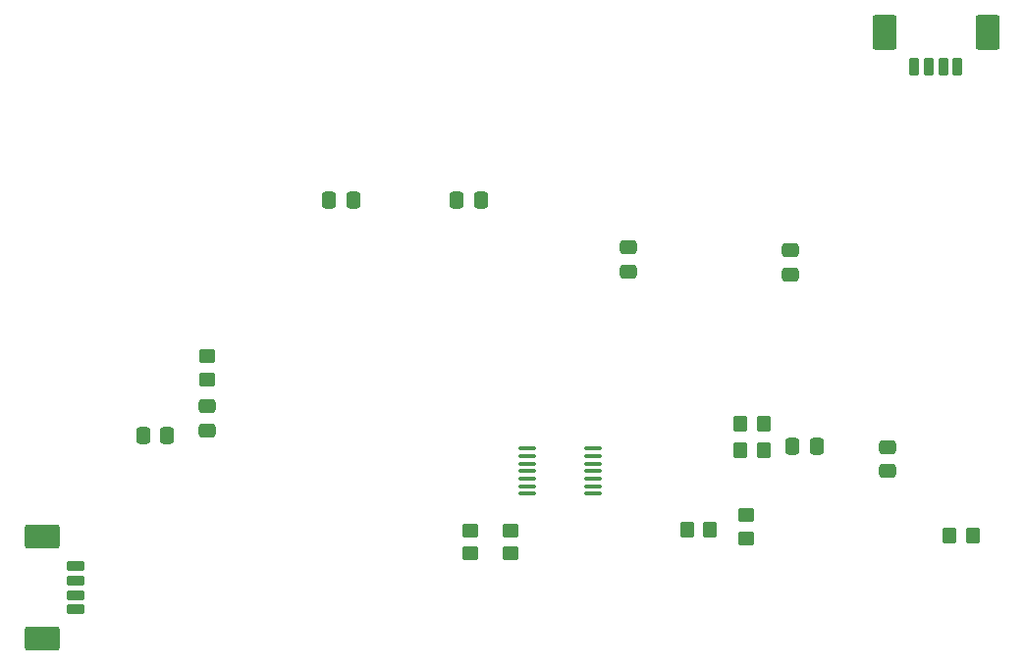
<source format=gbr>
%TF.GenerationSoftware,KiCad,Pcbnew,7.0.10*%
%TF.CreationDate,2024-02-26T12:00:29-08:00*%
%TF.ProjectId,vgaterm-bottom,76676174-6572-46d2-9d62-6f74746f6d2e,rev?*%
%TF.SameCoordinates,Original*%
%TF.FileFunction,Paste,Bot*%
%TF.FilePolarity,Positive*%
%FSLAX46Y46*%
G04 Gerber Fmt 4.6, Leading zero omitted, Abs format (unit mm)*
G04 Created by KiCad (PCBNEW 7.0.10) date 2024-02-26 12:00:29*
%MOMM*%
%LPD*%
G01*
G04 APERTURE LIST*
G04 Aperture macros list*
%AMRoundRect*
0 Rectangle with rounded corners*
0 $1 Rounding radius*
0 $2 $3 $4 $5 $6 $7 $8 $9 X,Y pos of 4 corners*
0 Add a 4 corners polygon primitive as box body*
4,1,4,$2,$3,$4,$5,$6,$7,$8,$9,$2,$3,0*
0 Add four circle primitives for the rounded corners*
1,1,$1+$1,$2,$3*
1,1,$1+$1,$4,$5*
1,1,$1+$1,$6,$7*
1,1,$1+$1,$8,$9*
0 Add four rect primitives between the rounded corners*
20,1,$1+$1,$2,$3,$4,$5,0*
20,1,$1+$1,$4,$5,$6,$7,0*
20,1,$1+$1,$6,$7,$8,$9,0*
20,1,$1+$1,$8,$9,$2,$3,0*%
G04 Aperture macros list end*
%ADD10RoundRect,0.250000X-0.350000X-0.450000X0.350000X-0.450000X0.350000X0.450000X-0.350000X0.450000X0*%
%ADD11RoundRect,0.250000X-0.450000X0.350000X-0.450000X-0.350000X0.450000X-0.350000X0.450000X0.350000X0*%
%ADD12RoundRect,0.250000X0.475000X-0.337500X0.475000X0.337500X-0.475000X0.337500X-0.475000X-0.337500X0*%
%ADD13RoundRect,0.250000X0.350000X0.450000X-0.350000X0.450000X-0.350000X-0.450000X0.350000X-0.450000X0*%
%ADD14RoundRect,0.250000X-0.475000X0.337500X-0.475000X-0.337500X0.475000X-0.337500X0.475000X0.337500X0*%
%ADD15RoundRect,0.250000X0.337500X0.475000X-0.337500X0.475000X-0.337500X-0.475000X0.337500X-0.475000X0*%
%ADD16RoundRect,0.250000X-0.337500X-0.475000X0.337500X-0.475000X0.337500X0.475000X-0.337500X0.475000X0*%
%ADD17RoundRect,0.200000X-0.200000X-0.600000X0.200000X-0.600000X0.200000X0.600000X-0.200000X0.600000X0*%
%ADD18RoundRect,0.250001X-0.799999X-1.249999X0.799999X-1.249999X0.799999X1.249999X-0.799999X1.249999X0*%
%ADD19RoundRect,0.100000X0.637500X0.100000X-0.637500X0.100000X-0.637500X-0.100000X0.637500X-0.100000X0*%
%ADD20RoundRect,0.200000X0.600000X-0.200000X0.600000X0.200000X-0.600000X0.200000X-0.600000X-0.200000X0*%
%ADD21RoundRect,0.250001X1.249999X-0.799999X1.249999X0.799999X-1.249999X0.799999X-1.249999X-0.799999X0*%
G04 APERTURE END LIST*
D10*
%TO.C,R10*%
X167164000Y-128778000D03*
X169164000Y-128778000D03*
%TD*%
D11*
%TO.C,R11*%
X103124000Y-113284000D03*
X103124000Y-115284000D03*
%TD*%
D12*
%TO.C,C8*%
X139446000Y-105961000D03*
X139446000Y-103886000D03*
%TD*%
D11*
%TO.C,R2*%
X125857000Y-128302000D03*
X125857000Y-130302000D03*
%TD*%
D13*
%TO.C,R9*%
X151130000Y-119126000D03*
X149130000Y-119126000D03*
%TD*%
D14*
%TO.C,C12*%
X153416000Y-104118500D03*
X153416000Y-106193500D03*
%TD*%
D11*
%TO.C,R1*%
X129286000Y-128302000D03*
X129286000Y-130302000D03*
%TD*%
D15*
%TO.C,C6*%
X115740000Y-99822000D03*
X113665000Y-99822000D03*
%TD*%
D16*
%TO.C,C5*%
X97620000Y-120142000D03*
X99695000Y-120142000D03*
%TD*%
D17*
%TO.C,J11*%
X164134000Y-88244000D03*
X165384000Y-88244000D03*
X166634000Y-88244000D03*
X167884000Y-88244000D03*
D18*
X161584000Y-85344000D03*
X170434000Y-85344000D03*
%TD*%
D12*
%TO.C,C4*%
X161798000Y-123190000D03*
X161798000Y-121115000D03*
%TD*%
D11*
%TO.C,R7*%
X149606000Y-127000000D03*
X149606000Y-129000000D03*
%TD*%
D14*
%TO.C,C11*%
X103124000Y-117602000D03*
X103124000Y-119677000D03*
%TD*%
D16*
%TO.C,C3*%
X153648500Y-121031000D03*
X155723500Y-121031000D03*
%TD*%
D10*
%TO.C,R4*%
X144542000Y-128270000D03*
X146542000Y-128270000D03*
%TD*%
D19*
%TO.C,U3*%
X136466500Y-121240000D03*
X136466500Y-121890000D03*
X136466500Y-122540000D03*
X136466500Y-123190000D03*
X136466500Y-123840000D03*
X136466500Y-124490000D03*
X136466500Y-125140000D03*
X130741500Y-125140000D03*
X130741500Y-124490000D03*
X130741500Y-123840000D03*
X130741500Y-123190000D03*
X130741500Y-122540000D03*
X130741500Y-121890000D03*
X130741500Y-121240000D03*
%TD*%
D20*
%TO.C,J13*%
X91800000Y-135118000D03*
X91800000Y-133868000D03*
X91800000Y-132618000D03*
X91800000Y-131368000D03*
D21*
X88900000Y-137668000D03*
X88900000Y-128818000D03*
%TD*%
D16*
%TO.C,C7*%
X124692500Y-99822000D03*
X126767500Y-99822000D03*
%TD*%
D13*
%TO.C,R8*%
X151130000Y-121412000D03*
X149130000Y-121412000D03*
%TD*%
M02*

</source>
